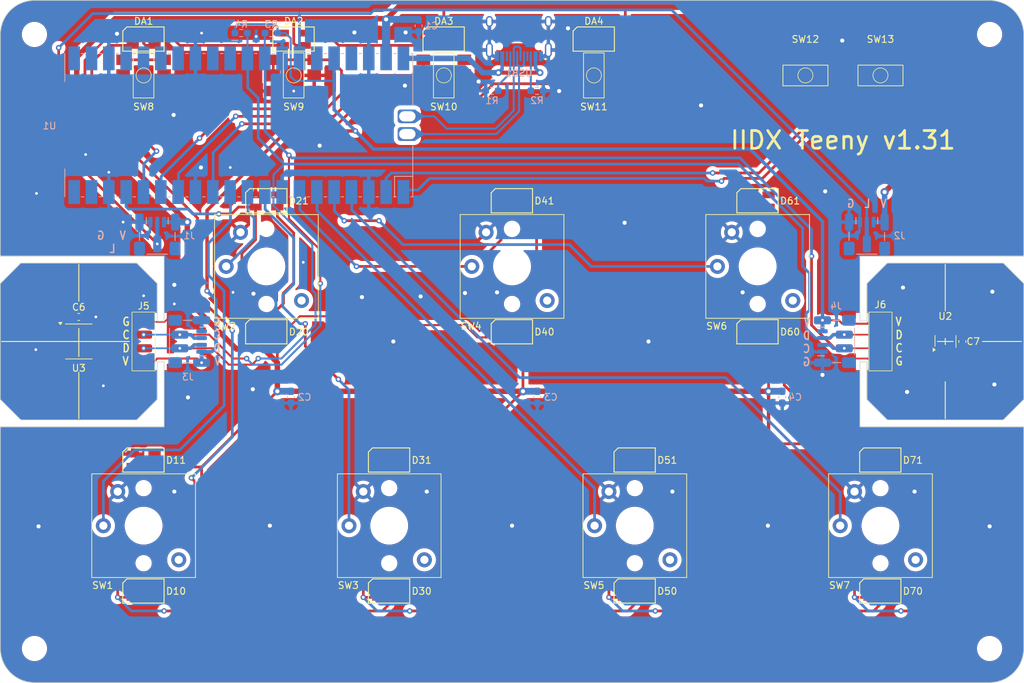
<source format=kicad_pcb>
(kicad_pcb (version 20240108) (generator "pcbnew") (generator_version "8.0")
  (title_block (title "Teeny Controller for IIDX"))
  (layers (0 "F.Cu" signal) (31 "B.Cu" signal) (34 "B.Paste" user) (35 "F.Paste" user) (36 "B.SilkS" user "B.Silkscreen") (37 "F.SilkS" user "F.Silkscreen") (38 "B.Mask" user) (39 "F.Mask" user) (44 "Edge.Cuts" user))
  (net 0 "")
  (net 1 "GND")
  (net 2 "+5V")
  (net 3 "/LED1")
  (net 4 "/LED2")
  (net 5 "/LED4")
  (net 13 "Net-(DA1-Out)")
  (net 14 "Net-(DA2-Out)")
  (net 15 "Net-(DA3-Out)")
  (net 17 "Net-(USB1-CC1)")
  (net 18 "Net-(USB1-CC2)")
  (net 19 "Net-(U1-GPIO8)")
  (net 20 "Net-(U1-GPIO7)")
  (net 21 "Net-(U1-GPIO6)")
  (net 22 "Net-(U1-GPIO5)")
  (net 23 "Net-(U1-GPIO4)")
  (net 24 "Net-(U1-GPIO3)")
  (net 25 "/SDA")
  (net 26 "/SCL")
  (net 27 "/TT_LED")
  (net 28 "/LED3")
  (net 29 "/LED6")
  (net 30 "/LED5")
  (net 31 "Net-(U1-GPIO2)")
  (net 32 "Net-(U1-GPIO12)")
  (net 33 "Net-(U1-GPIO11)")
  (net 34 "Net-(U1-GPIO10)")
  (net 35 "Net-(U1-GPIO9)")
  (net 36 "Net-(U1-GPIO1)")
  (net 37 "/LED7")
  (net 38 "Net-(U1-GPIO0)")
  (net 46 "/LED8")
  (net 47 "Net-(U1-VBUS)")
  (net 49 "Net-(U1-USB2)")
  (net 50 "Net-(U1-USB1)")
  (net 57 "+3.3V")
  (footprint "iidx_teeny:WS2812B-2835" (layer "F.Cu") (at 191.32 156 180)
    (property "Reference" "D70")
    (property "Value" "WS2812B_Unified" (hide yes))
  )
  (footprint "iidx_teeny:P2.0_4P_Solder" (layer "F.Cu") (at 191.32 119.4 -90)
    (property "Reference" "J6")
    (property "Value" "Spin")
  )
  (footprint "iidx_teeny:WS2812B-2835" (layer "F.Cu") (at 191.32 136.8 180)
    (property "Reference" "D71")
    (property "Value" "WS2812B_Unified" (hide yes))
  )
  (footprint "iidx_teeny:WS2812B-2835" (layer "F.Cu") (at 155.32 136.8 180)
    (property "Reference" "D51")
    (property "Value" "WS2812B_Unified" (hide yes))
  )
  (footprint "iidx_teeny:WS2812B-2835" (layer "F.Cu") (at 101.32 118 180)
    (property "Reference" "D20")
    (property "Value" "WS2812B_Unified" (hide yes))
  )
  (footprint "iidx_teeny:SW_Kailh_Choc_V1V2_1.00u_LED" (layer "F.Cu") (at 155.32 146.4 90)
    (property "Reference" "SW5")
    (property "Value" "SWITCH_SPST" (hide yes))
  )
  (footprint "iidx_teeny:WS2812B-2835" (layer "F.Cu") (at 83.32 156 180)
    (property "Reference" "D10")
    (property "Value" "WS2812B_Unified" (hide yes))
  )
  (footprint "iidx_teeny:MountingHole_3.2mm_M3" (layer "F.Cu") (at 67.32 74.4)
    (property "Reference" "SCR1" (hide yes))
    (property "Value" "ScrewHole" (hide yes))
  )
  (footprint "iidx_teeny:WS2812B-2835" (layer "F.Cu") (at 101.32 98.8 180)
    (property "Reference" "D21")
    (property "Value" "WS2812B_Unified" (hide yes))
  )
  (footprint "iidx_teeny:EVQP1K05M" (layer "F.Cu") (at 127.32 80.4)
    (property "Reference" "SW10")
    (property "Value" "SWITCH_SPST" (hide yes))
  )
  (footprint "iidx_teeny:SW_Kailh_Choc_V1V2_1.00u_LED" (layer "F.Cu") (at 101.32 108.4 90)
    (property "Reference" "SW2")
    (property "Value" "SWITCH_SPST" (hide yes))
  )
  (footprint "Capacitor_SMD:C_0603_1608Metric_Pad1.08x0.95mm_HandSolder" (layer "F.Cu") (at 73.82 115.8)
    (property "Reference" "C6")
    (property "Value" "1uF")
  )
  (footprint "iidx_teeny:WS2812B-2835" (layer "F.Cu") (at 119.32 136.8 180)
    (property "Reference" "D31")
    (property "Value" "WS2812B_Unified" (hide yes))
  )
  (footprint "iidx_teeny:WS2812B-2835" (layer "F.Cu") (at 83.32 136.8 180)
    (property "Reference" "D11")
    (property "Value" "WS2812B_Unified" (hide yes))
  )
  (footprint "iidx_teeny:SW_Kailh_Choc_V1V2_1.00u_LED" (layer "F.Cu") (at 119.32 146.4 90)
    (property "Reference" "SW3")
    (property "Value" "SWITCH_SPST" (hide yes))
  )
  (footprint "iidx_teeny:WS2812B-2835" (layer "F.Cu") (at 173.32 118 180)
    (property "Reference" "D60")
    (property "Value" "WS2812B_Unified" (hide yes))
  )
  (footprint "iidx_teeny:EVQP1K05M" (layer "F.Cu") (at 105.32 80.4)
    (property "Reference" "SW9")
    (property "Value" "SWITCH_SPST" (hide yes))
  )
  (footprint "iidx_teeny:EVQP1K05M" (layer "F.Cu") (at 83.32 80.4)
    (property "Reference" "SW8")
    (property "Value" "SWITCH_SPST" (hide yes))
  )
  (footprint "iidx_teeny:EVQP1K05M" (layer "F.Cu") (at 191.32 80.4 90)
    (property "Reference" "SW13")
    (property "Value" "SWITCH_SPST" (hide yes))
  )
  (footprint "iidx_teeny:MountingHole_3.2mm_M3" (layer "F.Cu") (at 207.32 74.4)
    (property "Reference" "SCR2" (hide yes))
    (property "Value" "ScrewHole" (hide yes))
  )
  (footprint "iidx_teeny:WS2812B-2835" (layer "F.Cu") (at 155.32 156 180)
    (property "Reference" "D50")
    (property "Value" "WS2812B_Unified" (hide yes))
  )
  (footprint "Package_SO:SOIC-8_3.9x4.9mm_P1.27mm" (layer "F.Cu") (at 73.82 119.4)
    (property "Reference" "U3")
    (property "Value" "AS5600")
  )
  (footprint "iidx_teeny:EVQP1K05M" (layer "F.Cu") (at 180.32 80.4 90)
    (property "Reference" "SW12")
    (property "Value" "SWITCH_SPST" (hide yes))
  )
  (footprint "iidx_teeny:WS2812B-2835" (layer "F.Cu") (at 127.32 75.1 180)
    (property "Reference" "DA3")
    (property "Value" "WS2812B_Unified" (hide yes))
  )
  (footprint "iidx_teeny:WS2812B-2835" (layer "F.Cu") (at 137.32 98.8 180)
    (property "Reference" "D41")
    (property "Value" "WS2812B_Unified" (hide yes))
  )
  (footprint "iidx_teeny:WS2812B-2835" (layer "F.Cu") (at 149.32 75.1 180)
    (property "Reference" "DA4")
    (property "Value" "WS2812B_Unified" (hide yes))
  )
  (footprint "Capacitor_SMD:C_0603_1608Metric_Pad1.08x0.95mm_HandSolder" (layer "F.Cu") (at 203.32 119.4 -90)
    (property "Reference" "C7")
    (property "Value" "1uF")
  )
  (footprint "iidx_teeny:WS2812B-2835" (layer "F.Cu") (at 105.32 75.1 180)
    (property "Reference" "DA2")
    (property "Value" "WS2812B_Unified" (hide yes))
  )
  (footprint "iidx_teeny:P2.0_4P_Solder" (layer "F.Cu") (at 83.32 119.4 90)
    (property "Reference" "J5")
    (property "Value" "Spin")
  )
  (footprint "iidx_teeny:WS2812B-2835" (layer "F.Cu") (at 83.32 75.1 180)
    (property "Reference" "DA1")
    (property "Value" "WS2812B_Unified" (hide yes))
  )
  (footprint "iidx_teeny:WS2812B-2835" (layer "F.Cu") (at 173.32 98.8 180)
    (property "Reference" "D61")
    (property "Value" "WS2812B_Unified" (hide yes))
  )
  (footprint "iidx_teeny:SW_Kailh_Choc_V1V2_1.00u_LED" (layer "F.Cu") (at 173.32 108.4 90)
    (property "Reference" "SW6")
    (property "Value" "SWITCH_SPST" (hide yes))
  )
  (footprint "iidx_teeny:EVQP1K05M" (layer "F.Cu") (at 149.32 80.4)
    (property "Reference" "SW11")
    (property "Value" "SWITCH_SPST" (hide yes))
  )
  (footprint "iidx_teeny:WS2812B-2835" (layer "F.Cu") (at 137.32 118 180)
    (property "Reference" "D40")
    (property "Value" "WS2812B_Unified" (hide yes))
  )
  (footprint "iidx_teeny:SW_Kailh_Choc_V1V2_1.00u_LED" (layer "F.Cu") (at 191.32 146.4 90)
    (property "Reference" "SW7")
    (property "Value" "SWITCH_SPST" (hide yes))
  )
  (footprint "iidx_teeny:SW_Kailh_Choc_V1V2_1.00u_LED" (layer "F.Cu") (at 137.32 108.4 90)
    (property "Reference" "SW4")
    (property "Value" "SWITCH_SPST" (hide yes))
  )
  (footprint "iidx_teeny:MountingHole_3.2mm_M3" (layer "F.Cu") (at 207.32 164.4)
    (property "Reference" "SCR4" (hide yes))
    (property "Value" "ScrewHole" (hide yes))
  )
  (footprint "iidx_teeny:MountingHole_3.2mm_M3" (layer "F.Cu") (at 67.32 164.4)
    (property "Reference" "SCR3" (hide yes))
    (property "Value" "ScrewHole" (hide yes))
  )
  (footprint "iidx_teeny:WS2812B-2835" (layer "F.Cu") (at 119.32 156 180)
    (property "Reference" "D30")
    (property "Value" "WS2812B_Unified" (hide yes))
  )
  (footprint "iidx_teeny:SW_Kailh_Choc_V1V2_1.00u_LED" (layer "F.Cu") (at 83.32 146.4 90)
    (property "Reference" "SW1")
    (property "Value" "SWITCH_SPST" (hide yes))
  )
  (footprint "Package_TO_SOT_SMD:TSOT-23-6_HandSoldering" (layer "F.Cu") (at 200.82 119.4 90)
    (property "Reference" "U2")
    (property "Value" "TMAG5273")
  )
  (footprint "Type-C:HRO-TYPE-C-31-M-12-Assembly" (layer "B.Cu") (at 138.32 69.9)
    (property "Reference" "USB1")
    (property "Value" "U262-161N-4BVC11" (hide yes))
  )
  (footprint "Capacitor_SMD:C_0603_1608Metric_Pad1.08x0.95mm_HandSolder" (layer "B.Cu") (at 141.02 127.5625 -90)
    (property "Reference" "C3")
    (property "Value" "1uF")
  )
  (footprint "iidx_teeny:SH1.0_4P_Solder_Combo" (layer "B.Cu") (at 184.82 119.4 -90)
    (property "Reference" "J4")
    (property "Value" "Spin")
  )
  (footprint "Resistor_SMD:R_0603_1608Metric_Pad0.98x0.95mm_HandSolder" (layer "B.Cu") (at 97.62 74.2)
    (property "Reference" "R4")
    (property "Value" "5K1")
  )
  (footprint "Capacitor_SMD:C_0603_1608Metric_Pad1.08x0.95mm_HandSolder" (layer "B.Cu") (at 104.92 127.5625 -90)
    (property "Reference" "C2")
    (property "Value" "1uF")
  )
  (footprint "Resistor_SMD:R_0603_1608Metric_Pad0.98x0.95mm_HandSolder" (layer "B.Cu") (at 134.37 82.65 180)
    (property "Reference" "R1")
    (property "Value" "5K1")
  )
  (footprint "iidx_teeny:RPi_Pico_SMD_Pins_No_SWD_No_Text" (layer "B.Cu") (at 97.27 87.7 90)
    (property "Reference" "U1")
    (property "Value" "PiPico_No_SWD" (hide yes))
  )
  (footprint "Capacitor_SMD:C_0603_1608Metric_Pad1.08x0.95mm_HandSolder" (layer "B.Cu") (at 176.92 127.5625 -90)
    (property "Reference" "C4")
    (property "Value" "1uF")
  )
  (footprint "Resistor_SMD:R_0603_1608Metric_Pad0.98x0.95mm_HandSolder" (layer "B.Cu") (at 140.9825 82.65)
    (property "Reference" "R2")
    (property "Value" "5K1")
  )
  (footprint "iidx_teeny:SH1.0_3P_Solder_Combo" (layer "B.Cu") (at 189.32 103.9 180)
    (property "Reference" "J2")
    (property "Value" "RGB")
  )
  (footprint "Resistor_SMD:R_0603_1608Metric_Pad0.98x0.95mm_HandSolder" (layer "B.Cu") (at 102.03 74.2 180)
    (property "Reference" "R3")
    (property "Value" "5K1")
  )
  (footprint "iidx_teeny:SH1.0_3P_Solder_Combo" (layer "B.Cu") (at 85.32 103.9 180)
    (property "Reference" "J1")
    (property "Value" "RGB")
  )
  (footprint "iidx_teeny:SH1.0_4P_Solder_Combo" (layer "B.Cu") (at 89.82 119.4 90)
    (property "Reference" "J3")
    (property "Value" "Spin")
  )
  (footprint "Capacitor_SMD:C_0603_1608Metric_Pad1.08x0.95mm_HandSolder" (layer "B.Cu") (at 123.62 73.14 -90)
    (property "Reference" "C1")
    (property "Value" "1uF")
  )
  (gr_line (start 200.82 114.9) (end 200.82 108.1) (stroke (width 0.15)) (layer "F.SilkS"))
  (gr_line (start 199.67 119.4) (end 201.97 119.4) (stroke (width 0.15)) (layer "F.SilkS"))
  (gr_line (start 200.82 130.7) (end 200.82 125.3) (stroke (width 0.15)) (layer "F.SilkS"))
  (gr_line (start 73.82 123.9) (end 73.82 130.7) (stroke (width 0.15)) (layer "F.SilkS"))
  (gr_line (start 73.82 117.5) (end 73.82 121.6) (stroke (width 0.15)) (layer "F.SilkS"))
  (gr_line (start 73.82 108.1) (end 73.82 113.5) (stroke (width 0.15)) (layer "F.SilkS"))
  (gr_line (start 62.52 119.4) (end 81.22 119.4) (stroke (width 0.15)) (layer "F.SilkS"))
  (gr_line (start 206.27 119.4) (end 211.97 119.4) (stroke (width 0.15)) (layer "F.SilkS"))
  (gr_line (start 200.82 119.85) (end 200.82 118.95) (stroke (width 0.15)) (layer "F.SilkS"))
  (gr_line (start 86.32 122.4) (end 86.32 131.9) (stroke (width 0.1)) (layer "Edge.Cuts"))
  (gr_line (start 188.32 116.4) (end 188.32 106.9) (stroke (width 0.1)) (layer "Edge.Cuts"))
  (gr_line (start 189.32 116.4) (end 188.32 116.4) (stroke (width 0.1)) (layer "Edge.Cuts"))
  (gr_line (start 212.32 110.9) (end 212.32 127.9) (stroke (width 0.1)) (layer "Edge.Cuts"))
  (gr_line (start 62.32 106.9) (end 86.32 106.9) (stroke (width 0.1)) (layer "Edge.Cuts"))
  (gr_arc (start 62.32 74.4) (mid 63.784466 70.864466) (end 67.32 69.4) (stroke (width 0.1)) (layer "Edge.Cuts"))
  (gr_line (start 86.32 106.9) (end 86.32 116.4) (stroke (width 0.1)) (layer "Edge.Cuts"))
  (gr_line (start 85.32 127.9) (end 85.32 122.4) (stroke (width 0.1)) (layer "Edge.Cuts"))
  (gr_line (start 65.32 130.9) (end 82.32 130.9) (stroke (width 0.1)) (layer "Edge.Cuts"))
  (gr_line (start 188.32 106.9) (end 212.32 106.9) (stroke (width 0.1)) (layer "Edge.Cuts"))
  (gr_line (start 82.32 107.9) (end 85.32 110.9) (stroke (width 0.1)) (layer "Edge.Cuts"))
  (gr_line (start 62.32 110.9) (end 65.32 107.9) (stroke (width 0.1)) (layer "Edge.Cuts"))
  (gr_line (start 212.32 106.9) (end 212.32 74.4) (stroke (width 0.1)) (layer "Edge.Cuts"))
  (gr_line (start 62.32 127.9) (end 65.32 130.9) (stroke (width 0.1)) (layer "Edge.Cuts"))
  (gr_line (start 188.32 131.9) (end 188.32 122.4) (stroke (width 0.1)) (layer "Edge.Cuts"))
  (gr_line (start 67.32 69.4) (end 207.32 69.4) (stroke (width 0.1)) (layer "Edge.Cuts"))
  (gr_line (start 67.32 169.4) (end 207.32 169.4) (stroke (width 0.1)) (layer "Edge.Cuts"))
  (gr_line (start 209.32 130.9) (end 192.32 130.9) (stroke (width 0.1)) (layer "Edge.Cuts"))
  (gr_line (start 62.32 164.4) (end 62.32 131.9) (stroke (width 0.1)) (layer "Edge.Cuts"))
  (gr_line (start 209.32 107.9) (end 192.32 107.9) (stroke (width 0.1)) (layer "Edge.Cuts"))
  (gr_arc (start 212.32 164.4) (mid 210.855534 167.935534) (end 207.32 169.4) (stroke (width 0.1)) (layer "Edge.Cuts"))
  (gr_line (start 192.32 130.9) (end 189.32 127.9) (stroke (width 0.1)) (layer "Edge.Cuts"))
  (gr_arc (start 207.32 69.4) (mid 210.855534 70.864466) (end 212.32 74.4) (stroke (width 0.1)) (layer "Edge.Cuts"))
  (gr_line (start 62.32 127.9) (end 62.32 110.9) (stroke (width 0.1)) (layer "Edge.Cuts"))
  (gr_line (start 212.32 164.4) (end 212.32 131.9) (stroke (width 0.1)) (layer "Edge.Cuts"))
  (gr_line (start 85.32 122.4) (end 86.32 122.4) (stroke (width 0.1)) (layer "Edge.Cuts"))
  (gr_line (start 85.32 110.9) (end 85.32 116.4) (stroke (width 0.1)) (layer "Edge.Cuts"))
  (gr_line (start 212.32 127.9) (end 209.32 130.9) (stroke (width 0.1)) (layer "Edge.Cuts"))
  (gr_arc (start 67.32 169.4) (mid 63.784466 167.935534) (end 62.32 164.4) (stroke (width 0.1)) (layer "Edge.Cuts"))
  (gr_line (start 65.32 107.9) (end 82.32 107.9) (stroke (width 0.1)) (layer "Edge.Cuts"))
  (gr_line (start 192.32 107.9) (end 189.32 110.9) (stroke (width 0.1)) (layer "Edge.Cuts"))
  (gr_line (start 189.32 127.9) (end 189.32 122.4) (stroke (width 0.1)) (layer "Edge.Cuts"))
  (gr_line (start 62.32 106.9) (end 62.32 74.4) (stroke (width 0.1)) (layer "Edge.Cuts"))
  (gr_line (start 86.32 116.4) (end 85.32 116.4) (stroke (width 0.1)) (layer "Edge.Cuts"))
  (gr_line (start 212.32 110.9) (end 209.32 107.9) (stroke (width 0.1)) (layer "Edge.Cuts"))
  (gr_line (start 188.32 122.4) (end 189.32 122.4) (stroke (width 0.1)) (layer "Edge.Cuts"))
  (gr_line (start 212.32 131.9) (end 188.32 131.9) (stroke (width 0.1)) (layer "Edge.Cuts"))
  (gr_line (start 82.32 130.9) (end 85.32 127.9) (stroke (width 0.1)) (layer "Edge.Cuts"))
  (gr_line (start 189.32 110.9) (end 189.32 116.4) (stroke (width 0.1)) (layer "Edge.Cuts"))
  (gr_line (start 86.32 131.9) (end 62.32 131.9) (stroke (width 0.1)) (layer "Edge.Cuts"))
  (gr_text "V  L  G" (at 192.32 99.9 0) (layer "B.SilkS") (effects (font (size 1.2 1) (thickness 0.2) (bold yes)) (justify left bottom mirror)))
  (gr_text "V   G\n  L" (at 80.82 106.5 0) (layer "B.SilkS") (effects (font (size 1.2 1) (thickness 0.2) (bold yes)) (justify left bottom mirror)))
  (gr_text "V\nD\nC\nG" (at 181.12 123.1 -0) (layer "B.SilkS") (effects (font (size 1.2 1) (thickness 0.2) (bold yes)) (justify left bottom mirror)))
  (gr_text "G\nC\nD\nV" (at 94.72 123 -0) (layer "B.SilkS") (effects (font (size 1.2 1) (thickness 0.2) (bold yes)) (justify left bottom mirror)))
  (gr_text "G\nC\nD\nV" (at 80.12 123 0) (layer "F.SilkS") (effects (font (size 1.2 1) (thickness 0.2) (bold yes)) (justify left bottom)))
  (gr_text "IIDX Teeny v1.31" (at 185.82 89.9 0) (layer "F.SilkS") (effects (font (size 2.6 2.6) (thickness 0.4))))
  (gr_text "V\nD\nC\nG" (at 193.42 123 0) (layer "F.SilkS") (effects (font (size 1.2 1) (thickness 0.2) (bold yes)) (justify left bottom)))
  (segment (start 201.77 122.55) (end 201.77 121.11) (width 0.4) (layer "F.Cu") (net 1))
  (segment (start 196.92 122.4) (end 197.82 123.3) (width 0.4) (layer "F.Cu") (net 1))
  (segment (start 74.6825 115.8) (end 74.6825 116.8625) (width 0.6) (layer "F.Cu") (net 1))
  (segment (start 73.015 121.305) (end 73.82 120.5) (width 0.6) (layer "F.Cu") (net 1))
  (segment (start 87.82 113.9) (end 87.82 115.1) (width 0.25) (layer "F.Cu") (net 1))
  (segment (start 197.82 123.3) (end 201.02 123.3) (width 0.4) (layer "F.Cu") (net 1))
  (segment (start 189.955025 122.4) (end 191.32 122.4) (width 0.25) (layer "F.Cu") (net 1))
  (segment (start 76.295 117.495) (end 78.325 117.495) (width 0.4) (layer "F.Cu") (net 1))
  (segment (start 73.82 120.5) (end 73.82 117.9) (width 0.6) (layer "F.Cu") (net 1))
  (segment (start 73.82 117.725) (end 74.6825 116.8625) (width 0.6) (layer "F.Cu") (net 1))
  (segment (start 75.315 117.495) (end 76.295 117.495) (width 0.6) (layer "F.Cu") (net 1))
  (segment (start 74.6825 116.8625) (end 75.315 117.495) (width 0.6) (layer "F.Cu") (net 1))
  (segment (start 78.325 117.495) (end 79.42 116.4) (width 0.4) (layer "F.Cu") (net 1))
  (segment (start 202.4725 121.11) (end 203.32 120.2625) (width 0.6) (layer "F.Cu") (net 1))
  (segment (start 201.02 123.3) (end 201.77 122.55) (width 0.4) (layer "F.Cu") (net 1))
  (segment (start 86.395 116.525) (end 83.445 116.525) (width 0.25) (layer "F.Cu") (net 1))
  (segment (start 73.82 117.9) (end 73.82 117.725) (width 0.6) (layer "F.Cu") (net 1))
  (segment (start 189.455025 121.9) (end 189.955025 122.4) (width 0.25) (layer "F.Cu") (net 1))
  (segment (start 79.42 116.4) (end 83.32 116.4) (width 0.4) (layer "F.Cu") (net 1))
  (segment (start 71.345 121.305) (end 73.015 121.305) (width 0.6) (layer "F.Cu") (net 1))
  (segment (start 185.22 121.9) (end 189.455025 121.9) (width 0.25) (layer "F.Cu") (net 1))
  (segment (start 182.82 124.3) (end 185.22 121.9) (width 0.25) (layer "F.Cu") (net 1))
  (segment (start 83.445 116.525) (end 83.32 116.4) (width 0.25) (layer "F.Cu") (net 1))
  (segment (start 200.82 121.11) (end 201.77 121.11) (width 0.3) (layer "F.Cu") (net 1))
  (segment (start 87.82 115.1) (end 86.395 116.525) (width 0.25) (layer "F.Cu") (net 1))
  (segment (start 201.77 121.11) (end 202.4725 121.11) (width 0.6) (layer "F.Cu") (net 1))
  (segment (start 191.32 122.4) (end 196.92 122.4) (width 0.4) (layer "F.Cu") (net 1))
  (via (at 171.12 112.2) (size 1) (drill 0.6) (layers "F.Cu" "B.Cu") (net 1))
  (via (at 105.32 82.7) (size 0.8) (drill 0.4) (layers "F.Cu" "B.Cu") (net 1))
  (via (at 121.62 81.9) (size 1) (drill 0.6) (layers "F.Cu" "B.Cu") (net 1))
  (via (at 144.22 82.7) (size 1) (drill 0.6) (layers "F.Cu" "B.Cu") (net 1))
  (via (at 96.02 93.9) (size 0.8) (drill 0.4) (layers "F.Cu" "B.Cu") (net 1))
  (via (at 67.92 146.5) (size 1) (drill 0.6) (layers "F.Cu" "B.Cu") (net 1))
  (via (at 91.72 93.9) (size 1) (drill 0.6) (layers "F.Cu" "B.Cu") (net 1))
  (via (at 195.22 126.8) (size 1) (drill 0.6) (layers "F.Cu" "B.Cu") (net 1))
  (via (at 99.32 126.4) (size 1) (drill 0.6) (layers "F.Cu" "B.Cu") (net 1))
  (via (at 182.82 124.3) (size 1) (drill 0.6) (layers "F.Cu" "B.Cu") (net 1))
  (via (at 124.82 141.4) (size 1) (drill 0.6) (layers "F.Cu" "B.Cu") (net 1))
  (via (at 78.22 94.6) (size 0.8) (drill 0.4) (layers "F.Cu" "B.Cu") (net 1))
  (via (at 174.82 146.4) (size 1) (drill 0.6) (layers "F.Cu" "B.Cu") (net 1))
  (via (at 115.32 112.9) (size 1) (drill 0.6) (layers "F.Cu" "B.Cu") (net 1))
  (via (at 87.82 113.9) (size 0.8) (drill 0.4) (layers "F.Cu" "B.Cu") (net 1))
  (via (at 135.12 112.2) (size 1) (drill 0.6) (layers "F.Cu" "B.Cu") (net 1))
  (via (at 196.32 141.4) (size 1) (drill 0.6) (layers "F.Cu" "B.Cu") (net 1))
  (via (at 183.22 97.4) (size 1) (drill 0.6) (layers "F.Cu" "B.Cu") (net 1))
  (via (at 119.92 119.4) (size 1) (drill 0.6) (layers "F.Cu" "B.Cu") (net 1))
  (via (at 208.02 125.7) (size 1) (drill 0.6) (layers "F.Cu" "B.Cu") (net 1))
  (via (at 79.42 74.3) (size 1) (drill 0.6) (layers "F.Cu" "B.Cu") (net 1))
  (via (at 67.62 97.7) (size 0.8) (drill 0.4) (layers "F.Cu" "B.Cu") (net 1))
  (via (at 153.82 102) (size 1) (drill 0.6) (layers "F.Cu" "B.Cu") (net 1))
  (via (at 137.32 146.4) (size 1) (drill 0.6) (layers "F.Cu" "B.Cu") (net 1))
  (via (at 157.32 119.4) (size 1) (drill 0.6) (layers "F.Cu" "B.Cu") (net 1))
  (via (at 77.42 125.9) (size 0.8) (drill 0.4) (layers "F.Cu" "B.Cu") (net 1))
  (via (at 109.12 90.7) (size 1) (drill 0.6) (layers "F.Cu" "B.Cu") (net 1))
  (via (at 207.32 146.5) (size 1) (drill 0.6) (layers "F.Cu" "B.Cu") (net 1))
  (via (at 99.42 112.4) (size 1) (drill 0.6) (layers "F.Cu" "B.Cu") (net 1))
  (via (at 83.32 112.7) (size 0.8) (drill 0.4) (layers "F.Cu" "B.Cu") (net 1))
  (via (at 76.32 115.8) (size 0.8) (drill 0.4) (layers "F.Cu" "B.Cu") (net 1))
  (via (at 121.72 74.1) (size 1) (drill 0.6) (layers "F.Cu" "B.Cu") (net 1))
  (via (at 106.72 107.8) (size 0.8) (drill 0.4) (layers "F.Cu" "B.Cu") (net 1))
  (via (at 101.82 146.4) (size 1) (drill 0.6) (layers "F.Cu" "B.Cu") (net 1))
  (via (at 74.82 92) (size 0.8) (drill 0.4) (layers "F.Cu" "B.Cu") (net 1))
  (via (at 99.82 74.7) (size 0.8) (drill 0.4) (layers "F.Cu" "B.Cu") (net 1))
  (via (at 194.62 111.5) (size 1) (drill 0.6) (layers "F.Cu" "B.Cu") (net 1))
  (via (at 165.02 84.8) (size 1) (drill 0.6) (layers "F.Cu" "B.Cu") (net 1))
  (via (at 123.92 112.8) (size 1) (drill 0.6) (layers "F.Cu" "B.Cu") (net 1))
  (via (at 87.72 86.2) (size 1) (drill 0.6) (layers "F.Cu" "B.Cu") (net 1))
  (via (at 89.82 127.6) (size 1) (drill 0.6) (layers "F.Cu" "B.Cu") (net 1))
  (via (at 91.82 74.2) (size 0.8) (drill 0.4) (layers "F.Cu" "B.Cu") (net 1))
  (via (at 207.72 112.1) (size 1) (drill 0.6) (layers "F.Cu" "B.Cu") (net 1))
  (via (at 87.82 111.1) (size 1) (drill 0.6) (layers "F.Cu" "B.Cu") (net 1))
  (via (at 87.82 141.4) (size 1) (drill 0.6) (layers "F.Cu" "B.Cu") (net 1))
  (via (at 96.42 112.2) (size 0.8) (drill 0.4) (layers "F.Cu" "B.Cu") (net 1))
  (via (at 160.82 141.4) (size 1) (drill 0.6) (layers "F.Cu" "B.Cu") (net 1))
  (via (at 67.52 120.6) (size 0.8) (drill 0.4) (layers "F.Cu" "B.Cu") (net 1))
  (via (at 80.32 101.9) (size 0.8) (drill 0.4) (layers "F.Cu" "B.Cu") (net 1))
  (via (at 145.52 73.5) (size 1) (drill 0.6) (layers "F.Cu" "B.Cu") (net 1))
  (via (at 185.72 75.3) (size 1) (drill 0.6) (layers "F.Cu" "B.Cu") (net 1))
  (via (at 130.42 112.3) (size 1) (drill 0.6) (layers "F.Cu" "B.Cu") (net 1))
  (via (at 132.42 81.3) (size 1) (drill 0.6) (layers "F.Cu" "B.Cu") (net 1))
  (via (at 114.22 74.1) (size 1) (drill 0.6) (layers "F.Cu" "B.Cu") (net 1))
  (segment (start 188.32 101.9) (end 186.71 101.9) (width 0.6) (layer "B.Cu") (net 1))
  (segment (start 84.32 101.9) (end 82.71 101.9) (width 0.6) (layer "B.Cu") (net 1))
  (segment (start 134.5775 77.595) (end 134 77.0175) (width 0.5) (layer "B.Cu") (net 1))
  (segment (start 87.82 113.9) (end 87.821488 113.9) (width 0.6) (layer "B.Cu") (net 1))
  (segment (start 103.62 81) (end 105.32 82.7) (width 0.4) (layer "B.Cu") (net 1))
  (segment (start 103.62 77.9) (end 103.62 81) (width 0.4) (layer "B.Cu") (net 1))
  (segment (start 91.82 117.898512) (end 91.82 117.9) (width 0.6) (layer "B.Cu") (net 1))
  (segment (start 142.125 77.595) (end 142.64 77.08) (width 0.6) (layer "B.Cu") (net 1))
  (segment (start 182.82 122.51) (end 182.82 120.9) (width 0.6) (layer "B.Cu") (net 1))
  (segment (start 141.545 77.595) (end 142.125 77.595) (width 0.6) (layer "B.Cu") (net 1))
  (segment (start 142.64 77.08) (end 142.64 77.0175) (width 0.6) (layer "B.Cu") (net 1))
  (segment (start 135.095 77.595) (end 134.5775 77.595) (width 0.5) (layer "B.Cu") (net 1))
  (segment (start 102.92 118.9) (end 102.92 122.5) (width 0.4) (layer "F.Cu") (net 2))
  (segment (start 196.22 75.9) (end 190.72 70.4) (width 0.8) (layer "F.Cu") (net 2))
  (segment (start 161.92 154.5) (end 159.62 156.8) (width 0.4) (layer "F.Cu") (net 2))
  (segment (start 91.82 154.4) (end 89.42 156.8) (width 0.4) (layer "F.Cu") (net 2))
  (segment (start 73.52 85.7) (end 73.52 77.7) (width 0.8) (layer "F.Cu") (net 2))
  (segment (start 169.52 137.8) (end 174.92 132.4) (width 0.4) (layer "F.Cu") (net 2))
  (segment (start 174.92 132.4) (end 176.92 134.4) (width 0.4) (layer "F.Cu") (net 2))
  (segment (start 174.92 101.1) (end 174.92 99.8) (width 0.4) (layer "F.Cu") (net 2))
  (segment (start 175.82 113.8) (end 175.82 111.8) (width 0.4) (layer "F.Cu") (net 2))
  (segment (start 174.92 118.8) (end 173.82 118.8) (width 0.4) (layer "F.Cu") (net 2))
  (segment (start 192.92 137.8) (end 199.02 137.8) (width 0.4) (layer "F.Cu") (net 2))
  (segment (start 127.32 75.7) (end 127.62 76) (width 0.4) (layer "F.Cu") (net 2))
  (segment (start 153.92 74.8) (end 152.72 76) (width 0.4) (layer "F.Cu") (net 2))
  (segment (start 127.82 137.8) (end 120.92 137.8) (width 0.4) (layer "F.Cu") (net 2))
  (segment (start 96.92 120.5) (end 100.92 120.5) (width 0.8) (layer "F.Cu") (net 2))
  (segment (start 138.92 126.7) (end 127.82 137.8) (width 0.4) (layer "F.Cu") (net 2))
  (segment (start 89.42 156.8) (end 84.92 156.8) (width 0.4) (layer "F.Cu") (net 2))
  (segment (start 127.32 70.4) (end 127.32 75.7) (width 0.4) (layer "F.Cu") (net 2))
  (segment (start 173.32 116.3) (end 175.82 113.8) (width 0.4) (layer "F.Cu") (net 2))
  (segment (start 196.22 93.21) (end 196.22 75.9) (width 0.8) (layer "F.Cu") (net 2))
  (segment (start 175.82 111.8) (end 176.92 110.7) (width 0.4) (layer "F.Cu") (net 2))
  (segment (start 176.92 134.4) (end 196.42 134.4) (width 0.4) (layer "F.Cu") (net 2))
  (segment (start 173.32 118.3) (end 173.32 116.3) (width 0.4) (layer "F.Cu") (net 2))
  (segment (start 89.72 113.3) (end 96.92 120.5) (width 0.8) (layer "F.Cu") (net 2))
  (segment (start 196.42 134.4) (end 199.02 137) (width 0.4) (layer "F.Cu") (net 2))
  (segment (start 91.82 137.8) (end 84.92 137.8) (width 0.4) (layer "F.Cu") (net 2))
  (segment (start 153.92 70.4) (end 153.92 74.8) (width 0.4) (layer "F.Cu") (net 2))
  (segment (start 105.32 72.1) (end 105.32 75.7) (width 0.4) (layer "F.Cu") (net 2))
  (segment (start 199.02 137.8) (end 199.02 153.7) (width 0.4) (layer "F.Cu") (net 2))
  (segment (start 102.92 118.8) (end 101.82 118.8) (width 0.4) (layer "F.Cu") (net 2))
  (segment (start 137.82 118.8) (end 137.32 118.3) (width 0.4) (layer "F.Cu") (net 2))
  (segment (start 163.82 137.8) (end 156.92 137.8) (width 0.4) (layer "F.Cu") (net 2))
  (segment (start 105.32 110.8) (end 105.32 103.5) (width 0.4) (layer "F.Cu") (net 2))
  (segment (start 123.22 156.8) (end 120.92 156.8) (width 0.4) (layer "F.Cu") (net 2))
  (segment (start 118.77 72.1) (end 105.32 72.1) (width 0.8) (layer "F.Cu") (net 2))
  (segment (start 120.65 70.4) (end 118.86 72.19) (width 0.8) (layer "F.Cu") (net 2))
  (segment (start 127.62 76) (end 128.92 76) (width 0.4) (layer "F.Cu") (net 2))
  (segment (start 102.92 101.1) (end 102.92 99.8) (width 0.4) (layer "F.Cu") (net 2))
  (segment (start 102.92 126.7) (end 91.82 137.8) (width 0.4) (layer "F.Cu") (net 2))
  (segment (start 102.92 126.7) (end 174.92 126.7) (width 0.8) (layer "F.Cu") (net 2))
  (segment (start 89.72 101.9) (end 89.72 113.3) (width 0.8) (layer "F.Cu") (net 2))
  (segment (start 103.82 112.3) (end 105.32 110.8) (width 0.4) (layer "F.Cu") (net 2))
  (segment (start 118.86 72.19) (end 118.77 72.1) (width 0.4) (layer "F.Cu") (net 2))
  (segment (start 89.72 101.9) (end 73.52 85.7) (width 0.8) (layer "F.Cu") (net 2))
  (segment (start 174.92 126.7) (end 174.92 132.4) (width 0.5) (layer "F.Cu") (net 2))
  (segment (start 163.82 137.8) (end 169.52 137.8) (width 0.4) (layer "F.Cu") (net 2))
  (segment (start 191.93 97.5) (end 196.22 93.21) (width 0.8) (layer "F.Cu") (net 2))
  (segment (start 176.92 110.7) (end 176.92 103.1) (width 0.4) (layer "F.Cu") (net 2))
  (segment (start 199.02 137) (end 199.02 137.8) (width 0.4) (layer "F.Cu") (net 2))
  (segment (start 190.72 70.4) (end 120.65 70.4) (width 0.8) (layer "F.Cu") (net 2))
  (segment (start 103.82 113.8) (end 103.82 112.3) (width 0.4) (layer "F.Cu") (net 2))
  (segment (start 138.92 118.8) (end 138.92 126.7) (width 0.4) (layer "F.Cu") (net 2))
  (segment (start 152.72 76) (end 150.92 76) (width 0.4) (layer "F.Cu") (net 2))
  (segment (start 137.32 116.3) (end 139.82 113.8) (width 0.4) (layer "F.Cu") (net 2))
  (segment (start 105.32 75.7) (end 105.62 76) (width 0.4) (layer "F.Cu") (net 2))
  (segment (start 105.62 76) (end 106.92 76) (width 0.4) (layer "F.Cu") (net 2))
  (segment (start 138.92 118.8) (end 137.82 118.8) (width 0.4) (layer "F.Cu") (net 2))
  (segment (start 163.82 152.6) (end 161.92 154.5) (width 0.4) (layer "F.Cu") (net 2))
  (segment (start 101.32 116.3) (end 103.82 113.8) (width 0.4) (layer "F.Cu") (net 2))
  (segment (start 83.62 76) (end 84.92 76) (width 0.4) (layer "F.Cu") (net 2))
  (segment (start 138.92 101.1) (end 138.92 99.8) (width 0.4) (layer "F.Cu") (net 2))
  (segment (start 79.12 72.1) (end 105.32 72.1) (width 0.8) (layer "F.Cu") (net 2))
  (segment (start 91.82 137.8) (end 91.82 154.4) (width 0.4) (layer "F.Cu") (net 2))
  (segment (start 173.82 118.8) (end 173.32 118.3) (width 0.4) (layer "F.Cu") (net 2))
  (segment (start 100.92 120.5) (end 102.92 122.5) (width 0.8) (layer "F.Cu") (net 2))
  (segment (start 73.52 77.7) (end 79.12 72.1) (width 0.8) (layer "F.Cu") (net 2))
  (segment (start 127.82 137.8) (end 127.82 152.2) (width 0.4) (layer "F.Cu") (net 2))
  (segment (start 101.32 118.3) (end 101.32 116.3) (width 0.4) (layer "F.Cu") (net 2))
  (segment (start 139.82 111.8) (end 140.92 110.7) (width 0.4) (layer "F.Cu") (net 2))
  (segment (start 83.32 72.1) (end 83.32 75.7) (width 0.4) (layer "F.Cu") (net 2))
  (segment (start 105.32 103.5) (end 102.92 101.1) (width 0.4) (layer "F.Cu") (net 2))
  (segment (start 102.92 126.7) (end 102.92 122.5) (width 0.8) (layer "F.Cu") (net 2))
  (segment (start 199.02 153.7) (end 195.92 156.8) (width 0.4) (layer "F.Cu") (net 2))
  (segment (start 137.32 118.3) (end 137.32 116.3) (width 0.4) (layer "F.Cu") (net 2))
  (segment (start 174.92 126.7) (end 174.92 118.8) (width 0.4) (layer "F.Cu") (net 2))
  (segment (start 83.32 75.7) (end 83.62 76) (width 0.4) (layer "F.Cu") (net 2))
  (segment (start 140.92 110.7) (end 140.92 103.1) (width 0.4) (layer "F.Cu") (net 2))
  (segment (start 101.82 118.8) (end 101.32 118.3) (width 0.4) (layer "F.Cu") (net 2))
  (segment (start 140.92 103.1) (end 138.92 101.1) (width 0.4) (layer "F.Cu") (net 2))
  (segment (start 195.92 156.8) (end 192.92 156.8) (width 0.4) (layer "F.Cu") (net 2))
  (segment (start 127.82 152.2) (end 123.22 156.8) (width 0.4) (layer "F.Cu") (net 2))
  (segment (start 159.62 156.8) (end 156.92 156.8) (width 0.4) (layer "F.Cu") (net 2))
  (segment (start 176.92 103.1) (end 174.92 101.1) (width 0.4) (layer "F.Cu") (net 2))
  (segment (start 139.82 113.8) (end 139.82 111.8) (width 0.4) (layer "F.Cu") (net 2))
  (segment (start 163.82 137.8) (end 163.82 152.6) (width 0.4) (layer "F.Cu") (net 2))
  (via (at 118.86 72.19) (size 1.2) (drill 0.6) (layers "F.Cu" "B.Cu") (net 2))
  (via (at 89.72 101.9) (size 1.2) (drill 0.6) (layers "F.Cu" "B.Cu") (net 2))
  (via (at 174.92 126.7) (size 1.2) (drill 0.6) (layers "F.Cu" "B.Cu") (net 2))
  (via (at 102.92 126.7) (size 1.2) (drill 0.6) (layers "F.Cu" "B.Cu") (net 2))
  (via (at 138.92 126.7) (size 1.2) (drill 0.6) (layers "F.Cu" "B.Cu") (net 2))
  (via (at 191.93 97.5) (size 1.2) (drill 0.6) (layers "F.Cu" "B.Cu") (net 2))
  (segment (start 118.86 72.19) (end 118.86 77.9) (width 1.2) (layer "B.Cu") (net 2))
  (segment (start 86.32 101.9) (end 87.93 101.9) (width 0.6) (layer "B.Cu") (net 2))
  (segment (start 174.92 126.7) (end 176.92 126.7) (width 1) (layer "B.Cu") (net 2))
  (segment (start 138.92 126.7) (end 141.02 126.7) (width 1) (layer "B.Cu") (net 2))
  (segment (start 102.92 126.7) (end 104.92 126.7) (width 1) (layer "B.Cu") (net 2))
  (segment (start 191.93 101.9) (end 190.32 101.9) (width 0.6) (layer "B.Cu") (net 2))
  (segment (start 118.86 72.19) (end 123.62 72.19) (width 1) (layer "B.Cu") (net 2))
  (segment (start 87.93 101.9) (end 89.72 101.9) (width 1) (layer "B.Cu") (net 2))
  (segment (start 191.93 97.5) (end 191.93 101.9) (width 0.8) (layer "B.Cu") (net 2))
  (segment (start 119.32 155.4) (end 119.62 155.1) (width 0.4) (layer "F.Cu") (net 3))
  (segment (start 118.32 158.9) (end 119.32 157.9) (width 0.4) (layer "F.Cu") (net 3))
  (segment (start 81.72 142.5) (end 81.72 137.7) (width 0.4) (layer "F.Cu") (net 3))
  (segment (start 79.52 144.7) (end 81.72 142.5) (width 0.4) (layer "F.Cu") (net 3))
  (segment (start 79.52 156.9) (end 79.52 144.7) (width 0.4) (layer "F.Cu") (net 3))
  (segment (start 81.72 156.9) (end 79.52 156.9) (width 0.4) (layer "F.Cu") (net 3))
  (segment (start 119.62 155.1) (end 120.92 155.1) (width 0.4) (layer "F.Cu") (net 3))
  (segment (start 86.32 158.9) (end 118.32 158.9) (width 0.4) (layer "F.Cu") (net 3))
  (segment (start 119.32 157.9) (end 119.32 155.4) (width 0.4) (layer "F.Cu") (net 3))
  (via (at 79.52 156.9) (size 0.8) (drill 0.4) (layers "F.Cu" "B.Cu") (net 3))
  (via (at 86.32 158.9) (size 0.8) (drill 0.4) (layers "F.Cu" "B.Cu") (net 3))
  (segment (start 86.32 158.9) (end 81.52 158.9) (width 0.4) (layer "B.Cu") (net 3))
  (segment (start 81.52 158.9) (end 79.52 156.9) (width 0.4) (layer "B.Cu") (net 3))
  (segment (start 99.72 118.9) (end 98.32 118.9) (width 0.4) (layer "F.Cu") (net 4))
  (segment (start 97.22 99.7) (end 99.72 99.7) (width 0.4) (layer "F.Cu") (net 4))
  (segment (start 96.22 100.7) (end 97.22 99.7) (width 0.4) (layer "F.Cu") (net 4))
  (segment (start 97.72 118.3) (end 97.72 106.5) (width 0.4) (layer "F.Cu") (net 4))
  (segment (start 97.72 106.5) (end 99.72 104.5) (width 0.4) (layer "F.Cu") (net 4))
  (segment (start 94.3325 100.7) (end 96.22 100.7) (width 0.4) (layer "F.Cu") (net 4))
  (segment (start 98.32 118.9) (end 97.72 118.3) (width 0.4) (layer "F.Cu") (net 4))
  (segment (start 99.72 104.5) (end 99.72 99.7) (width 0.4) (layer "F.Cu") (net 4))
  (via (at 94.3325 100.7) (size 0.8) (drill 0.4) (layers "F.Cu" "B.Cu") (net 4))
  (segment (start 90.52 100.7) (end 89.82 100) (width 0.4) (layer "B.Cu") (net 4))
  (segment (start 89.82 100) (end 81.12 100) (width 0.4) (layer "B.Cu") (net 4))
  (segment (start 94.3325 100.7) (end 90.52 100.7) (width 0.4) (layer "B.Cu") (net 4))
  (segment (start 80.76 99.64) (end 80.76 97.5) (width 0.4) (layer "B.Cu") (net 4))
  (segment (start 81.12 100) (end 80.76 99.64) (width 0.4) (layer "B.Cu") (net 4))
  (segment (start 106.22 115.7) (end 110.02 115.7) (width 0.3) (layer "F.Cu") (net 5))
  (segment (start 111.32 117) (end 130.42 117) (width 0.3) (layer "F.Cu") (net 5))
  (segment (start 104.92 117) (end 106.22 115.7) (width 0.3) (layer "F.Cu") (net 5))
  (segment (start 133.52 118.8) (end 133.52 106.7) (width 0.4) (layer "F.Cu") (net 5))
  (segment (start 135.72 104.5) (end 135.72 99.7) (width 0.4) (layer "F.Cu") (net 5))
  (segment (start 133.52 106.7) (end 135.72 104.5) (width 0.4) (layer "F.Cu") (net 5))
  (segment (start 130.42 117) (end 132.22 118.8) (width 0.3) (layer "F.Cu") (net 5))
  (segment (start 102.92 117) (end 104.92 117) (width 0.3) (layer "F.Cu") (net 5))
  (segment (start 132.22 118.8) (end 135.72 118.8) (width 0.3) (layer "F.Cu") (net 5))
  (segment (start 110.02 115.7) (end 111.32 117) (width 0.3) (layer "F.Cu") (net 5))
  (segment (start 86.82 74.2) (end 88.62 76) (width 0.4) (layer "F.Cu") (net 13))
  (segment (start 84.92 74.2) (end 86.82 74.2) (width 0.4) (layer "F.Cu") (net 13))
  (segment (start 88.62 76) (end 103.72 76) (width 0.4) (layer "F.Cu") (net 13))
  (segment (start 110.12 74.2) (end 111.92 76) (width 0.4) (layer "F.Cu") (net 14))
  (segment (start 111.92 76) (end 125.72 76) (width 0.4) (layer "F.Cu") (net 14))
  (segment (start 106.92 74.2) (end 110.12 74.2) (width 0.4) (layer "F.Cu") (net 14))
  (segment (start 128.92 74.2) (end 131.62 74.2) (width 0.4) (layer "F.Cu") (net 15))
  (segment (start 144.72 74.9) (end 145.82 76) (width 0.4) (layer "F.Cu") (net 15))
  (segment (start 145.82 76) (end 147.72 76) (width 0.4) (layer "F.Cu") (net 15))
  (segment (start 132.32 74.9) (end 144.72 74.9) (width 0.4) (layer "F.Cu") (net 15))
  (segment (start 131.62 74.2) (end 132.32 74.9) (width 0.4) (layer "F.Cu") (net 15))
  (segment (start 135.2825 81.8375) (end 135.2825 82.65) (width 0.3) (layer "B.Cu") (net 17))
  (segment (start 137.07 77.595) (end 137.07 80.05) (width 0.3) (layer "B.Cu") (net 17))
  (segment (start 137.07 80.05) (end 135.2825 81.8375) (width 0.3) (layer "B.Cu") (net 17))
  (segment (start 140.07 77.595) (end 140.07 82.6125) (width 0.3) (layer "B.Cu") (net 18))
  (segment (start 96.05 101.77) (end 92.82 105) (width 0.4) (layer "B.Cu") (net 19))
  (segment (start 95.12 128.8) (end 88.62 135.3) (width 0.4) (layer "B.Cu") (net 19))
  (segment (start 95.12 112) (end 95.12 128.8) (width 0.4) (layer "B.Cu") (net 19))
  (segment (start 82.02 135.3) (end 77.42 139.9) (width 0.4) (layer "B.Cu") (net 19))
  (segment (start 88.62 135.3) (end 82.02 135.3) (width 0.4) (layer "B.Cu") (net 19))
  (segment (start 92.82 105) (end 92.82 109.7) (width 0.4) (layer "B.Cu") (net 19))
  (segment (start 92.82 109.7) (end 95.12 112) (width 0.4) (layer "B.Cu") (net 19))
  (segment (start 96.05 97.2) (end 96.05 101.77) (width 0.4) (layer "B.Cu") (net 19))
  (segment (start 77.42 139.9) (end 77.42 146.4) (width 0.4) (layer "B.Cu") (net 19))
  (segment (start 99.52 104.3) (end 95.42 108.4) (width 0.4) (layer "B.Cu") (net 20))
  (segment (start 98.62 100.4) (end 99.52 101.3) (width 0.4) (layer "B.Cu") (net 20))
  (segment (start 99.52 101.3) (end 99.52 104.3) (width 0.4) (layer "B.Cu") (net 20))
  (segment (start 98.59 97.2) (end 98.59 100.4) (width 0.3) (layer "B.Cu") (net 20))
  (segment (start 107.02 120.1) (end 111.87 124.95) (width 0.4) (layer "F.Cu") (net 21))
  (segment (start 107.02 116.8) (end 107.02 120.1) (width 0.4) (layer "F.Cu") (net 21))
  (via (at 107.02 116.8) (size 0.8) (drill 0.4) (layers "F.Cu" "B.Cu") (net 21))
  (via (at 111.87 124.95) (size 0.8) (drill 0.4) (layers "F.Cu" "B.Cu") (net 21))
  (segment (start 107.02 116.8) (end 106.22 116.8) (width 0.4) (layer "B.Cu") (net 21))
  (segment (start 111.87 124.95) (end 113.42 126.5) (width 0.4) (layer "B.Cu") (net 21))
  (segment (start 103.72 114.3) (end 103.72 112.6) (width 0.4) (layer "B.Cu") (net 21))
  (segment (start 105.32 104.2) (end 101.13 100.01) (width 0.4) (layer "B.Cu") (net 21))
  (segment (start 106.22 116.8) (end 103.72 114.3) (width 0.4) (layer "B.Cu") (net 21))
  (segment (start 105.32 111) (end 105.32 104.2) (width 0.4) (layer "B.Cu") (net 21))
  (segment (start 113.42 126.5) (end 113.42 146.4) (width 0.4) (layer "B.Cu") (net 21))
  (segment (start 101.13 100.01) (end 101.13 97.2) (width 0.4) (layer "B.Cu") (net 21))
  (segment (start 103.72 112.6) (end 105.32 111) (width 0.4) (layer "B.Cu") (net 21))
  (segment (start 114.52 108.4) (end 131.42 108.4) (width 0.4) (layer "F.Cu") (net 22))
  (via (at 114.52 108.4) (size 0.8) (drill 0.4) (layers "F.Cu" "B.Cu") (net 22))
  (segment (start 114.52 108.4) (end 106.21 100.09) (width 0.4) (layer "B.Cu") (net 22))
  (segment (start 106.21 100.09) (end 106.21 97.2) (width 0.4) (layer "B.Cu") (net 22))
  (segment (start 108.75 97.2) (end 108.75 100.23) (width 0.4) (layer "B.Cu") (net 23))
  (segment (start 149.42 140.9) (end 149.42 146.4) (width 0.4) (layer "B.Cu") (net 23))
  (segment (start 108.75 100.23) (end 149.42 140.9) (width 0.4) (layer "B.Cu") (net 23))
  (segment (start 112.72 101.7) (end 117.82 101.7) (width 0.4) (layer "F.Cu") (net 24))
  (via (at 112.72 101.7) (size 0.8) (drill 0.4) (layers "F.Cu" "B.Cu") (net 24))
  (via (at 117.82 101.7) (size 0.8) (drill 0.4) (layers "F.Cu" "B.Cu") (net 24))
  (segment (start 111.29 100.27) (end 111.29 97.2) (width 0.4) (layer "B.Cu") (net 24))
  (segment (start 145.72 105.2) (end 121.32 105.2) (width 0.4) (layer "B.Cu") (net 24))
  (segment (start 167.42 108.4) (end 148.92 108.4) (width 0.4) (layer "B.Cu") (net 24))
  (segment (start 112.72 101.7) (end 111.29 100.27) (width 0.4) (layer "B.Cu") (net 24))
  (segment (start 121.32 105.2) (end 117.82 101.7) (width 0.4) (layer "B.Cu") (net 24))
  (segment (start 148.92 108.4) (end 145.72 105.2) (width 0.4) (layer "B.Cu") (net 24))
  (segment (start 95.82 122.8) (end 93.42 120.4) (width 0.3) (layer "F.Cu") (net 25))
  (segment (start 93.42 120.4) (end 88.62 120.4) (width 0.3) (layer "F.Cu") (net 25))
  (segment (start 186.02 118.4) (end 191.32 118.4) (width 0.25) (layer "F.Cu") (net 25))
  (segment (start 197.83 117.69) (end 199.87 117.69) (width 0.4) (layer "F.Cu") (net 25))
  (segment (start 79.32 120.4) (end 78.955 120.035) (width 0.4) (layer "F.Cu") (net 25))
  (segment (start 99.22 122.8) (end 95.82 122.8) (width 0.3) (layer "F.Cu") (net 25))
  (segment (start 100.12 121.9) (end 99.22 122.8) (width 0.3) (layer "F.Cu") (net 25))
  (segment (start 197.12 118.4) (end 197.83 117.69) (width 0.4) (layer "F.Cu") (net 25))
  (segment (start 83.32 120.4) (end 79.32 120.4) (width 0.4) (layer "F.Cu") (net 25))
  (segment (start 78.955 120.035) (end 76.295 120.035) (width 0.4) (layer "F.Cu") (net 25))
  (segment (start 191.32 118.4) (end 197.12 118.4) (width 0.4) (layer "F.Cu") (net 25))
  (via (at 186.02 118.4) (size 0.8) (drill 0.4) (layers "F.Cu" "B.Cu") (net 25))
  (via (at 88.62 120.4) (size 0.8) (drill 0.4) (layers "F.Cu" "B.Cu") (net 25))
  (via (at 83.32 120.4) (size 0.8) (drill 0.4) (layers "F.Cu" "B.Cu") (net 25))
  (via (at 100.12 121.9) (size 0.8) (drill 0.4) (layers "F.Cu" "B.Cu") (net 25))
  (segment (start 108.045 105.175) (end 102.350342 99.480342) (width 0.3) (layer "B.Cu") (net 25))
  (segment (start 108.045 111.925) (end 108.045 105.175) (width 0.3) (layer "B.Cu") (net 25))
  (segment (start 100.12 121.9) (end 103.52 121.9) (width 0.3) (layer "B.Cu") (net 25))
  (segment (start 98.59 82.2) (end 98.59 77.6) (width 0.4) (layer "B.Cu") (net 25))
  (segment (start 170.52 93.4) (end 179.92 102.8) (width 0.4) (layer "B.Cu") (net 25))
  (segment (start 90.72 119.9) (end 90.22 120.4) (width 0.5) (layer "B.Cu") (net 25))
  (segment (start 180.42 115.3) (end 180.42 117.5) (width 0.4) (layer "B.Cu") (net 25))
  (segment (start 179.92 102.8) (end 179.92 108.4) (width 0.4) (layer "B.Cu") (net 25))
  (segment (start 98.54 77.9) (end 98.54 74.2075) (width 0.3) (layer "B.Cu") (net 25))
  (segment (start 103.92 93.4) (end 170.52 93.4) (width 0.4) (layer "B.Cu") (net 25))
  (segment (start 91.82 119.9) (end 90.72 119.9) (width 0.5) (layer "B.Cu") (net 25))
  (segment (start 180.92 114.8) (end 180.42 115.3) (width 0.4) (layer "B.Cu") (net 25))
  (segment (start 98.54 74.2075) (end 98.5325 74.2) (width 0.3) (layer "B.Cu") (net 25))
  (segment (start 90.22 120.4) (end 88.62 120.4) (width 0.5) (layer "B.Cu") (net 25))
  (segment (start 83.32 120.4) (end 88.62 120.4) (width 0.25) (layer "B.Cu") (net 25))
  (segment (start 181.82 118.9) (end 182.82 118.9) (width 0.4) (layer "B.Cu") (net 25))
  (segment (start 102.350342 99.480342) (end 102.350342 94.969658) (width 0.3) (layer "B.Cu") (net 25))
  (segment (start 180.92 109.4) (end 180.92 114.8) (width 0.4) (layer "B.Cu") (net 25))
  (segment (start 102.350342 94.969658) (end 103.92 93.4) (width 0.3) (layer "B.Cu") (net 25))
  (segment (start 108.52 116.9) (end 108.52 112.4) (width 0.3) (layer "B.Cu") (net 25))
  (segment (start 185.62 118.4) (end 186.02 118.4) (width 0.4) (layer "B.Cu") (net 25))
  (segment (start 98.59 82.2) (end 100.12 83.73) (width 0.4) (layer "B.Cu") (net 25))
  (segment (start 103.92 93.4) (end 100.12 89.6) (width 0.4) (layer "B.Cu") (net 25))
  (segment (start 179.92 108.4) (end 180.92 109.4) (width 0.4) (layer "B.Cu") (net 25))
  (segment (start 103.52 121.9) (end 108.52 116.9) (width 0.3) (layer "B.Cu") (net 25))
  (segment (start 184.42 118.4) (end 186.02 118.4) (width 0.5) (layer "B.Cu") (net 25))
  (segment (start 108.52 112.4) (end 108.045 111.925) (width 0.3) (layer "B.Cu") (net 25))
  (segment (start 100.12 83.73) (end 100.12 89.6) (width 0.4) (layer "B.Cu") (net 25))
  (segment (start 180.42 117.5) (end 181.82 118.9) (width 0.4) (layer "B.Cu") (net 25))
  (segment (start 182.82 118.9) (end 183.92 118.9) (width 0.5) (layer "B.Cu") (net 25))
  (segment (start 183.92 118.9) (end 184.42 118.4) (width 0.5) (layer "B.Cu") (net 25))
  (segment (start 181.22 117) (end 184.62 120.4) (width 0.4) (layer "F.Cu") (net 26))
  (segment (start 109.22 106) (end 104.62 101.4) (width 0.3) (layer "F.Cu") (net 26))
  (segment (start 109.22 110.9) (end 109.22 106) (width 0.3) (layer "F.Cu") (net 26))
  (segment (start 197.73 121.11) (end 199.87 121.11) (width 0.4) (layer "F.Cu") (net 26))
  (segment (start 79.42 118.4) (end 79.055 118.765) (width 0.4) (layer "F.Cu") (net 26))
  (segment (start 83.32 118.4) (end 79.42 118.4) (width 0.4) (layer "F.Cu") (net 26))
  (segment (start 181.22 106.9) (end 181.22 117) (width 0.4) (layer "F.Cu") (net 26))
  (segment (start 98.42 121.9) (end 96.42 121.9) (width 0.3) (layer "F.Cu") (net 26))
  (segment (start 104.62 101.4) (end 104.62 92.1) (width 0.3) (layer "F.Cu") (net 26))
  (segment (start 197.02 120.4) (end 197.73 121.11) (width 0.4) (layer "F.Cu") (net 26))
  (segment (start 186.02 120.4) (end 191.32 120.4) (width 0.25) (layer "F.Cu") (net 26))
  (segment (start 92.92 118.4) (end 88.62 118.4) (width 0.3) (layer "F.Cu") (net 26))
  (segment (start 96.42 121.9) (end 92.92 118.4) (width 0.3) (layer "F.Cu") (net 26))
  (segment (start 191.32 120.4) (end 197.02 120.4) (width 0.4) (layer "F.Cu") (net 26))
  (segment (start 184.62 120.4) (end 186.02 120.4) (width 0.4) (layer "F.Cu") (net 26))
  (segment (start 79.055 118.765) (end 76.295 118.765) (width 0.4) (layer "F.Cu") (net 26))
  (via (at 186.02 120.4) (size 0.8) (drill 0.4) (layers "F.Cu" "B.Cu") (net 26))
  (via (at 88.62 118.4) (size 0.8) (drill 0.4) (layers "F.Cu" "B.Cu") (net 26))
  (via (at 109.22 110.9) (size 0.8) (drill 0.4) (layers "F.Cu" "B.Cu") (net 26))
  (via (at 83.32 118.4) (size 0.8) (drill 0.4) (layers "F.Cu" "B.Cu") (net 26))
  (via (at 181.22 106.9) (size 0.8) (drill 0.4) (layers "F.Cu" "B.Cu") (net 26))
  (via (at 104.62 92.1) (size 0.8) (drill 0.4) (layers "F.Cu" "B.Cu") (net 26))
  (via (at 98.42 121.9) (size 0.8) (drill 0.4) (layers "F.Cu" "B.Cu") (net 26))
  (segment (start 105.02 92.5) (end 104.62 92.1) (width 0.4) (layer "B.Cu") (net 26))
  (segment (start 98.42 121.9) (end 99.32 122.8) (width 0.3) (layer "B.Cu") (net 26))
  (segment (start 101.13 88.61) (end 101.13 77.6) (width 0.4) (layer "B.Cu") (net 26))
  (segment (start 103.52 122.8) (end 109.22 117.1) (width 0.3) (layer "B.Cu") (net 26))
  (segment (start 170.72 92.5) (end 105.02 92.5) (width 0.4) (layer "B.Cu") (net 26))
  (segment (start 101.08 77.9) (end 101.08 74.2) (width 0.3) (layer "B.Cu") (net 26))
  (segment (start 184.42 120.4) (end 186.02 120.4) (width 0.5) (layer "B.Cu") (net 26))
  (segment (start 90.22 118.4) (end 88.62 118.4) (width 0.5) (layer "B.Cu") (net 26))
  (segment (start 182.82 119.9) (end 183.92 119.9) (width 0.5) (layer "B.Cu") (net 26))
  (segment (start 181.22 103) (end 170.72 92.5) (width 0.4) (layer "B.Cu") (net 26))
  (segment (start 109.22 117.1) (end 109.22 110.9) (width 0.3) (layer "B.Cu") (net 26))
  (segment (start 104.62 92.1) (end 101.13 88.61) (width 0.4) (layer "B.Cu") (net 26))
  (segment (start 181.22 106.9) (end 181.22 103) (width 0.4) (layer "B.Cu") (net 26))
  (segment (start 183.92 119.9) (end 184.42 120.4) (width 0.5) (layer "B.Cu") (net 26))
  (segment (start 99.32 122.8) (end 103.52 122.8) (width 0.3) (layer "B.Cu") (net 26))
  (segment (start 90.72 118.9) (end 90.22 118.4) (width 0.5) (layer "B.Cu") (net 26))
  (segment (start 88.62 118.4) (end 83.32 118.4) (width 0.25) (layer "B.Cu") (net 26))
  (segment (start 91.82 118.9) (end 90.72 118.9) (width 0.5) (layer "B.Cu") (net 26))
  (segment (start 70.87 76.35) (end 70.87 90.65) (width 0.4) (layer "F.Cu") (net 27))
  (segment (start 70.87 90.65) (end 85.32 105.1) (width 0.4) (layer "F.Cu") (net 27))
  (via (at 70.87 76.35) (size 0.8) (drill 0.4) (layers "F.Cu" "B.Cu") (net 27))
  (via (at 85.32 105.1) (size 0.8) (drill 0.4) (layers "F.Cu" "B.Cu") (net 27))
  (segment (start 85.32 101.9) (end 85.32 105.1) (width 0.6) (layer "B.Cu") (net 27))
  (segment (start 106.16 77.9) (end 106.16 71.34) (width 0.4) (layer "B.Cu") (net 27))
  (segment (start 189.32 99.4) (end 160.72 70.8) (width 0.4) (layer "B.Cu") (net 27))
  (segment (start 189.32 101.9) (end 189.32 99.4) (width 0.4) (layer "B.Cu") (net 27))
  (segment (start 160.72 70.8) (end 117.12 70.8) (width 0.4) (layer "B.Cu") (net 27))
  (segment (start 189.32 105.1) (end 189.32 101.9) (width 0.6) (layer "B.Cu") (net 27))
  (segment (start 75.88 71.34) (end 106.16 71.34) (width 0.4) (layer "B.Cu") (net 27))
  (segment (start 117.12 70.8) (end 116.58 71.34) (width 0.4) (layer "B.Cu") (net 27))
  (segment (start 70.87 76.35) (end 75.88 71.34) (width 0.4) (layer "B.Cu") (net 27))
  (segment (start 116.58 71.34) (end 106.16 71.34) (width 0.4) (layer "B.Cu") (net 27))
  (segment (start 122.32 158.9) (end 154.32 158.9) (width 0.4) (layer "F.Cu") (net 28))
  (segment (start 155.32 157.9) (end 155.32 155.4) (width 0.4) (layer "F.Cu") (net 28))
  (segment (start 154.32 158.9) (end 155.32 157.9) (width 0.4) (layer "F.Cu") (net 28))
  (segment (start 117.72 142.5) (end 117.72 137.7) (width 0.4) (layer "F.Cu") (net 28))
  (segment (start 155.32 155.4) (end 155.62 155.1) (width 0.4) (layer "F.Cu") (net 28))
  (segment (start 155.62 155.1) (end 156.92 155.1) (width 0.4) (layer "F.Cu") (net 28))
  (segment (start 115.52 144.7) (end 117.72 142.5) (width 0.4) (layer "F.Cu") (net 28))
  (segment (start 115.52 156.9) (end 115.52 144.7) (width 0.4) (layer "F.Cu") (net 28))
  (segment (start 117.72 156.9) (end 115.52 156.9) (width 0.4) (layer "F.Cu") (net 28))
  (via (at 115.52 156.9) (size 0.8) (drill 0.4) (layers "F.Cu" "B.Cu") (net 28))
  (via (at 122.32 158.9) (size 0.8) (drill 0.4) (layers "F.Cu" "B.Cu") (net 28))
  (segment (start 117.52 158.9) (end 115.52 156.9) (width 0.4) (layer "B.Cu") (net 28))
  (segment (start 122.32 158.9) (end 117.52 158.9) (width 0.4) (layer "B.Cu") (net 28))
  (segment (start 169.52 118.8) (end 169.52 106.7) (width 0.4) (layer "F.Cu") (net 29))
  (segment (start 168.22 118.8) (end 170.22 118.8) (width 0.4) (layer "F.Cu") (net 29))
  (segment (start 169.52 106.7) (end 171.72 104.5) (width 0.4) (layer "F.Cu") (net 29))
  (segment (start 171.72 104.5) (end 171.72 99.7) (width 0.4) (layer "F.Cu") (net 29))
  (segment (start 166.42 117) (end 168.22 118.8) (width 0.4) (layer "F.Cu") (net 29))
  (segment (start 138.92 117) (end 166.42 117) (width 0.4) (layer "F.Cu") (net 29))
  (segment (start 170.22 118.8) (end 171.72 118.8) (width 0.4) (layer "F.Cu") (net 29))
  (segment (start 151.52 144.7) (end 153.72 142.5) (width 0.4) (layer "F.Cu") (net 30))
  (segment (start 153.72 156.9) (end 151.52 156.9) (width 0.4) (layer "F.Cu") (net 30))
  (segment (start 153.72 142.5) (end 153.72 137.7) (width 0.4) (layer "F.Cu") (net 30))
  (segment (start 191.62 155.1) (end 192.92 155.1) (width 0.4) (layer "F.Cu") (net 30))
  (segment (start 191.32 157.9) (end 191.32 155.4) (width 0.4) (layer "F.Cu") (net 30))
  (segment (start 191.32 155.4) (end 191.62 155.1) (width 0.4) (layer "F.Cu") (net 30))
  (segment (start 190.32 158.9) (end 191.32 157.9) (width 0.4) (layer "F.Cu") (net 30))
  (segment (start 158.32 158.9) (end 190.32 158.9) (width 0.4) (layer "F.Cu") (net 30))
  (segment (start 151.52 156.9) (end 151.52 144.7) (width 0.4) (layer "F.Cu") (net 30))
  (via (at 158.32 158.9) (size 0.8) (drill 0.4) (layers "F.Cu" "B.Cu") (net 30))
  (via (at 151.52 156.9) (size 0.8) (drill 0.4) (layers "F.Cu" "B.Cu") (net 30))
  (segment (start 153.52 158.9) (end 151.52 156.9) (width 0.4) (layer "B.Cu") (net 30))
  (segment (start 158.32 158.9) (end 153.52 158.9) (width 0.4) (layer "B.Cu") (net 30))
  (segment (start 185.42 141.5) (end 185.42 146.4) (width 0.4) (layer "B.Cu") (net 31))
  (segment (start 168.62 124.7) (end 185.42 141.5) (width 0.4) (layer "B.Cu") (net 31))
  (segment (start 113.83 97.2) (end 113.83 100.11) (width 0.4) (layer "B.Cu") (net 31))
  (segment (start 138.42 124.7) (end 168.62 124.7) (width 0.4) (layer "B.Cu") (net 31))
  (segment (start 113.83 100.11) (end 138.42 124.7) (width 0.4) (layer "B.Cu") (net 31))
  (segment (start 77.42 81) (end 78.02 80.4) (width 0.4) (layer "F.Cu") (net 32))
  (segment (start 77.42 83.818008) (end 77.42 81) (width 0.4) (layer "F.Cu") (net 32))
  (segment (start 80.32 80.4) (end 80.32 78.114) (width 0.4) (layer "F.Cu") (net 32))
  (segment (start 85.22 91.5) (end 85.101992 91.5) (width 0.4) (layer "F.Cu") (net 32))
  (segment (start 85.101992 91.5) (end 77.42 83.818008) (width 0.4) (layer "F.Cu") (net 32))
  (segment (start 78.02 80.4) (end 80.32 80.4) (width 0.4) (layer "F.Cu") (net 32))
  (segment (start 80.32 78.114) (end 86.32 78.114) (width 0.4) (layer "F.Cu") (net 32))
  (via (at 85.22 91.5) (size 0.8) (drill 0.4) (layers "F.Cu" "B.Cu") (net 32))
  (segment (start 83.35 93.37) (end 83.35 97.2) (width 0.4) (layer "B.Cu") (net 32))
  (segment (start 85.22 91.5) (end 83.35 93.37) (width 0.4) (layer "B.Cu") (net 32))
  (segment (start 91.52 89.6) (end 95.82 85.3) (width 0.4) (layer "F.Cu") (net 33))
  (segment (start 112.32 83.1) (end 112.32 79.7) (width 0.4) (layer "F.Cu") (net 33))
  (segment (start 102.32 78.114) (end 105.52 78.114) (width 0.4) (layer "F.Cu") (net 33))
  (segment (start 95.82 85.3) (end 110.12 85.3) (width 0.4) (layer "F.Cu") (net 33))
  (segment (start 110.734 78.114) (end 108.32 78.114) (width 0.4) (layer "F.Cu") (net 33))
  (segment (start 110.12 85.3) (end 112.32 83.1) (width 0.4) (layer "F.Cu") (net 33))
  (segment (start 105.52 78.114) (end 108.32 78.114) (width 0.4) (layer "F.Cu") (net 33))
  (segment (start 112.32 79.7) (end 110.734 78.114) (width 0.4) (layer "F.Cu") (net 33))
  (segment (start 102.32 80.4) (end 102.32 78.114) (width 0.4) (layer "F.Cu") (net 33))
  (via (at 91.52 89.6) (size 0.8) (drill 0.4) (layers "F.Cu" "B.Cu") (net 33))
  (segment (start 91.52 89.6) (end 85.89 95.23) (width 0.4) (layer "B.Cu") (net 33))
  (segment (start 85.89 95.23) (end 85.89 97.2) (width 0.4) (layer "B.Cu") (net 33))
  (segment (start 117.22 80.4) (end 124.32 80.4) (width 0.4) (layer "F.Cu") (net 34))
  (segment (start 111.22 86.4) (end 117.22 80.4) (width 0.4) (layer "F.Cu") (net 34))
  (segment (start 124.32 80.4) (end 124.32 78.114) (width 0.4) (layer "F.Cu") (net 34))
  (segment (start 124.32 78.114) (end 130.32 78.114) (width 0.4) (layer "F.Cu") (net 34))
  (segment (start 96.82 86.4) (end 111.22 86.4) (width 0.4) (layer "F.Cu") (net 34))
  (via (at 96.82 86.4) (size 0.8) (drill 0.4) (layers "F.Cu" "B.Cu") (net 34))
  (segment (start 96.82 86.4) (end 88.43 94.79) (width 0.4) (layer "B.Cu") (net 34))
  (segment (start 88.43 94.79) (end 88.43 97.2) (width 0.4) (layer "B.Cu") (net 34))
  (segment (start 144.845 80.4) (end 146.32 80.4) (width 0.4) (layer "F.Cu") (net 35))
  (segment (start 131.92 84.3) (end 134.595 81.625) (width 0.4) (layer "F.Cu") (net 35))
  (segment (start 146.32 78.114) (end 152.32 78.114) (width 0.4) (layer "F.Cu") (net 35))
  (segment (start 146.32 80.4) (end 146.32 78.114) (width 0.4) (layer "F.Cu") (net 35))
  (segment (start 134.595 81.625) (end 143.62 81.625) (width 0.4) (layer "F.Cu") (net 35))
  (segment (start 115.02 84.3) (end 131.92 84.3) (width 0.4) (layer "F.Cu") (net 35))
  (segment (start 111.82 87.5) (end 115.02 84.3) (width 0.4) (layer "F.Cu") (net 35))
  (segment (start 97.72 87.5) (end 111.82 87.5) (width 0.4) (layer "F.Cu") (net 35))
  (segment (start 143.62 81.625) (end 144.845 80.4) (width 0.4) (layer "F.Cu") (net 35))
  (via (at 97.72 87.5) (size 0.8) (drill 0.4) (layers "F.Cu" "B.Cu") (net 35))
  (segment (start 93.51 91.71) (end 93.51 97.2) (width 0.4) (layer "B.Cu") (net 35))
  (segment (start 97.72 87.5) (end 93.51 91.71) (width 0.4) (layer "B.Cu") (net 35))
  (segment (start 178.034 77.4) (end 178.034 83.4) (width 0.4) (layer "F.Cu") (net 36))
  (segment (start 178.034 83.4) (end 180.32 83.4) (width 0.4) (layer "F.Cu") (net 36))
  (segment (start 166.72 94.7) (end 173.52 94.7) (width 0.4) (layer "F.Cu") (net 36))
  (segment (start 173.52 94.7) (end 180.32 87.9) (width 0.4) (layer "F.Cu") (net 36))
  (segment (start 180.32 87.9) (end 180.32 83.4) (width 0.4) (layer "F.Cu") (net 36))
  (via (at 166.72 94.7) (size 0.8) (drill 0.4) (layers "F.Cu" "B.Cu") (net 36))
  (segment (start 119.62 94.7) (end 118.86 95.46) (width 0.4) (layer "B.Cu") (net 36))
  (segment (start 118.86 95.46) (end 118.86 97.5) (width 0.4) (layer "B.Cu") (net 36))
  (segment (start 166.72 94.7) (end 119.62 94.7) (width 0.4) (layer "B.Cu") (net 36))
  (segment (start 199.92 154.8) (end 199.92 136.7) (width 0.4) (layer "F.Cu") (net 37))
  (segment (start 189.72 156.9) (end 187.52 156.9) (width 0.4) (layer "F.Cu") (net 37))
  (segment (start 199.92 136.7) (end 196.72 133.5) (width 0.4) (layer "F.Cu") (net 37))
  (segment (start 195.82 158.9) (end 199.92 154.8) (width 0.4) (layer "F.Cu") (net 37))
  (segment (start 177.22 125.8) (end 177.22 118.1) (width 0.4) (layer "F.Cu") (net 37))
  (segment (start 187.52 156.9) (end 187.52 144.7) (width 0.4) (layer "F.Cu") (net 37))
  (segment (start 189.72 142.5) (end 189.72 137.7) (width 0.4) (layer "F.Cu") (net 37))
  (segment (start 194.32 158.9) (end 195.82 158.9) (width 0.4) (layer "F.Cu") (net 37))
  (segment (start 184.92 133.5) (end 177.22 125.8) (width 0.4) (layer "F.Cu") (net 37))
  (segment (start 187.52 144.7) (end 189.72 142.5) (width 0.4) (layer "F.Cu") (net 37))
  (segment (start 176.22 117.1) (end 174.92 117.1) (width 0.4) (layer "F.Cu") (net 37))
  (segment (start 177.22 118.1) (end 176.22 117.1) (width 0.4) (layer "F.Cu") (net 37))
  (segment (start 196.72 133.5) (end 184.92 133.5) (width 0.4) (layer "F.Cu") (net 37))
  (via (at 187.52 156.9) (size 0.8) (drill 0.4) (layers "F.Cu" "B.Cu") (net 37))
  (via (at 194.32 158.9) (size 0.8) (drill 0.4) (layers "F.Cu" "B.Cu") (net 37))
  (segment (start 194.32 158.9) (end 189.52 158.9) (width 0.4) (layer "B.Cu") (net 37))
  (segment (start 189.52 158.9) (end 187.52 156.9) (width 0.4) (layer "B.Cu") (net 37))
  (segment (start 168.02 95.9) (end 168.42 95.5) (width 0.4) (layer "F.Cu") (net 38))
  (segment (start 189.034 77.4) (end 189.034 83.4) (width 0.4) (layer "F.Cu") (net 38))
  (segment (start 168.42 95.5) (end 174.02 95.5) (width 0.4) (layer "F.Cu") (net 38))
  (segment (start 189.034 83.4) (end 191.32 83.4) (width 0.4) (layer "F.Cu") (net 38))
  (segment (start 186.12 83.4) (end 189.034 83.4) (width 0.4) (layer "F.Cu") (net 38))
  (segment (start 174.02 95.5) (end 186.12 83.4) (width 0.4) (layer "F.Cu") (net 38))
  (via (at 168.02 95.9) (size 0.8) (drill 0.4) (layers "F.Cu" "B.Cu") (net 38))
  (segment (start 165.895 95.9) (end 168.02 95.9) (width 0.4) (layer "B.Cu") (net 38))
  (segment (start 125.22 95.5) (end 165.495 95.5) (width 0.4) (layer "B.Cu") (net 38))
  (segment (start 121.45 97.2) (end 123.52 97.2) (width 0.4) (layer "B.Cu") (net 38))
  (segment (start 123.52 97.2) (end 125.22 95.5) (width 0.4) (layer "B.Cu") (net 38))
  (segment (start 165.495 95.5) (end 165.895 95.9) (width 0.4) (layer "B.Cu") (net 38))
  (segment (start 75.72 85.8) (end 75.72 78.5) (width 0.4) (layer "F.Cu") (net 46))
  (segment (start 90.82 153.9) (end 90.82 139.9) (width 0.4) (layer "F.Cu") (net 46))
  (segment (start 90.82 139.9) (end 90.32 139.4) (width 0.4) (layer "F.Cu") (net 46))
  (segment (start 84.92 155.1) (end 89.62 155.1) (width 0.4) (layer "F.Cu") (net 46))
  (segment (start 91.22 101.3) (end 75.72 85.8) (width 0.4) (layer "F.Cu") (net 46))
  (segment (start 78.22 76) (end 81.72 76) (width 0.4) (layer "F.Cu") (net 46))
  (segment (start 75.72 78.5) (end 78.22 76) (width 0.4) (layer "F.Cu") (net 46))
  (segment (start 89.62 155.1) (end 90.82 153.9) (width 0.4) (layer "F.Cu") (net 46))
  (segment (start 96.32 117.8) (end 91.22 112.7) (width 0.4) (layer "F.Cu") (net 46))
  (segment (start 91.22 112.7) (end 91.22 101.3) (width 0.4) (layer "F.Cu") (net 46))
  (via (at 96.32 117.8) (size 0.8) (drill 0.4) (layers "F.Cu" "B.Cu") (net 46))
  (via (at 90.32 139.4) (size 0.8) (drill 0.4) (layers "F.Cu" "B.Cu") (net 46))
  (segment (start 96.32 133.4) (end 90.32 139.4) (width 0.4) (layer "B.Cu") (net 46))
  (segment (start 96.32 117.8) (end 96.32 133.4) (width 0.4) (layer "B.Cu") (net 46))
  (segment (start 141.42 80) (end 135.32 80) (width 0.6) (layer "F.Cu") (net 47))
  (via (at 135.32 80) (size 1) (drill 0.5) (layers "F.Cu" "B.Cu") (net 47))
  (via (at 141.42 80) (size 1) (drill 0.5) (layers "F.Cu" "B.Cu") (net 47))
  (segment (start 135.87 79.45) (end 135.87 77.595) (width 0.5) (layer "B.Cu") (net 47))
  (segment (start 141.42 80) (end 140.77 79.35) (width 0.5) (layer "B.Cu") (net 47))
  (segment (start 130.92 77.9) (end 133.02 80) (width 0.8) (layer "B.Cu") (net 47))
  (segment (start 140.77 79.35) (end 140.77 77.595) (width 0.5) (layer "B.Cu") (net 47))
  (segment (start 135.32 80) (end 135.87 79.45) (width 0.5) (layer "B.Cu") (net 47))
  (segment (start 121.4 77.9) (end 130.92 77.9) (width 0.8) (layer "B.Cu") (net 47))
  (segment (start 133.02 80) (end 135.32 80) (width 0.8) (layer "B.Cu") (net 47))
  (segment (start 138.343641 79.058894) (end 138.343641 85.676359) (width 0.3) (layer "B.Cu") (net 49))
  (segment (start 138.07 77.595) (end 138.07 78.785253) (width 0.3) (layer "B.Cu") (net 49))
  (segment (start 135.02 89) (end 121.97 89) (width 0.3) (layer "B.Cu") (net 49))
  (segment (start 139.07 78.8) (end 139.07 77.595) (width 0.3) (layer "B.Cu") (net 49))
  (segment (start 138.811106 79.058894) (end 139.07 78.8) (width 0.3) (layer "B.Cu") (net 49))
  (segment (start 138.343641 79.058894) (end 138.811106 79.058894) (width 0.3) (layer "B.Cu") (net 49))
  (segment (start 138.07 78.785253) (end 138.343641 79.058894) (width 0.3) (layer "B.Cu") (net 49))
  (segment (start 138.343641 85.676359) (end 135.02 89) (width 0.3) (layer "B.Cu") (net 49))
  (segment (start 137.57 85.55) (end 137.57 76.4) (width 0.3) (layer "B.Cu") (net 50))
  (segment (start 134.92 88.2) (end 137.57 85.55) (width 0.3) (layer "B.Cu") (net 50))
  (segment (start 137.77 76.2) (end 138.37 76.2) (width 0.3) (layer "B.Cu") (net 50))
  (segment (start 137.57 76.4) (end 137.77 76.2) (width 0.3) (layer "B.Cu") (net 50))
  (segment (start 138.57 76.4) (end 138.57 77.595) (width 0.3) (layer "B.Cu") (net 50))
  (segment (start 125.92 86.4) (end 127.72 88.2) (width 0.3) (layer "B.Cu") (net 50))
  (segment (start 121.97 86.4) (end 125.92 86.4) (width 0.3) (layer "B.Cu") (net 50))
  (segment (start 138.37 76.2) (end 138.57 76.4) (width 0.3) (layer "B.Cu") (net 50))
  (segment (start 127.72 88.2) (end 134.92 88.2) (width 0.3) (layer "B.Cu") (net 50))
  (segment (start 201.77 117.69) (end 202.4725 117.69) (width 0.6) (layer "F.Cu") (net 57))
  (segment (start 114.37 88.55) (end 104.27 88.55) (width 0.5) (layer "F.Cu") (net 57))
  (segment (start 185.72 116.8) (end 185.21 116.29) (width 0.3) (layer "F.Cu") (net 57))
  (segment (start 72.425 117.495) (end 72.9575 116.9625) (width 0.6) (layer "F.Cu") (net 57))
  (segment (start 197.12 116.4) (end 197.72 115.8) (width 0.4) (layer "F.Cu") (net 57))
  (segment (start 85.32 121.9) (end 91.21 121.9) (width 0.3) (layer "F.Cu") (net 57))
  (segment (start 83.32 122.4) (end 70.02 122.4) (width 0.4) (layer "F.Cu") (net 57))
  (segment (start 104.27 88.55) (end 92.62 100.2) (width 0.5) (layer "F.Cu") (net 57))
  (segment (start 189.42 116.8) (end 185.72 116.8) (width 0.3) (layer "F.Cu") (net 57))
  (segment (start 92.62 100.2) (end 92.62 112) (width 0.5) (layer "F.Cu") (net 57))
  (segment (start 83.32 122.4) (end 84.82 122.4) (width 0.3) (layer "F.Cu") (net 57))
  (segment (start 71.345 117.495) (end 72.425 117.495) (width 0.6) (layer "F.Cu") (net 57))
  (segment (start 185.21 116.29) (end 182.82 116.29) (width 0.3) (layer "F.Cu") (net 57))
  (segment (start 202.4725 117.69) (end 203.32 118.5375) (width 0.6) (layer "F.Cu") (net 57))
  (segment (start 197.72 115.8) (end 201.22 115.8) (width 0.4) (layer "F.Cu") (net 57))
  (segment (start 201.77 116.35) (end 201.77 117.69) (width 0.4) (layer "F.Cu") (net 57))
  (segment (start 70.02 122.4) (end 69.32 121.7) (width 0.4) (layer "F.Cu") (net 57))
  (segment (start 72.9575 116.9625) (end 72.9575 115.8) (width 0.6) (layer "F.Cu") (net 57))
  (segment (start 191.32 116.4) (end 189.82 116.4) (width 0.3) (layer "F.Cu") (net 57))
  (segment (start 201.22 115.8) (end 201.77 116.35) (width 0.4) (layer "F.Cu") (net 57))
  (segment (start 69.32 121.7) (end 69.32 119.4) (width 0.4) (layer "F.Cu") (net 57))
  (segment (start 69.32 119.4) (end 69.955 118.765) (width 0.4) (layer "F.Cu") (net 57))
  (segment (start 91.21 121.9) (end 91.82 122.51) (width 0.3) (layer "F.Cu") (net 57))
  (segment (start 71.345 117.495) (end 71.345 118.765) (width 0.6) (layer "F.Cu") (net 57))
  (segment (start 191.32 116.4) (end 197.12 116.4) (width 0.4) (layer "F.Cu") (net 57))
  (segment (start 189.82 116.4) (end 189.42 116.8) (width 0.3) (layer "F.Cu") (net 57))
  (segment (start 84.82 122.4) (end 85.32 121.9) (width 0.3) (layer "F.Cu") (net 57))
  (segment (start 69.955 118.765) (end 71.345 118.765) (width 0.4) (layer "F.Cu") (net 57))
  (via (at 114.37 88.55) (size 0.8) (drill 0.4) (layers "F.Cu" "B.Cu") (net 57))
  (via (at 91.82 122.51) (size 0.8) (drill 0.4) (layers "F.Cu" "B.Cu") (net 57))
  (via (at 182.82 116.29) (size 0.8) (drill 0.4) (layers "F.Cu" "B.Cu") (net 57))
  (via (at 92.62 112) (size 0.8) (drill 0.4) (layers "F.Cu" "B.Cu") (net 57))
  (segment (start 114.37 88.55) (end 117.02 91.2) (width 0.5) (layer "B.Cu") (net 57))
  (segment (start 102.9425 74.2) (end 104.12 74.2) (width 0.3) (layer "B.Cu") (net 57))
  (segment (start 102.52 72.9) (end 97.22 72.9) (width 0.3) (layer "B.Cu") (net 57))
  (segment (start 104.883266 74.963266) (end 104.883266 80.563266) (width 0.3) (layer "B.Cu") (net 57))
  (segment (start 172.22 91.2) (end 182.82 101.8) (width 0.5) (layer "B.Cu") (net 57))
  (segment (start 96.7075 73.4125) (end 96.7075 74.2) (width 0.3) (layer "B.Cu") (net 57))
  (segment (start 93.32 120.9) (end 91.82 120.9) (width 0.5) (layer "B.Cu") (net 57))
  (segment (start 102.9425 74.2) (end 102.9425 73.3225) (width 0.3) (layer "B.Cu") (net 57))
  (segment (start 93.92 113.3) (end 93.92 120.3) (width 0.5) (layer "B.Cu") (net 57))
  (segment (start 104.883266 80.563266) (end 105.52 81.2) (width 0.3) (layer "B.Cu") (net 57))
  (segment (start 93.92 120.3) (end 93.32 120.9) (width 0.5) (layer "B.Cu") (net 57))
  (segment (start 111.24 85.42) (end 111.24 77.9) (width 0.5) (layer "B.Cu") (net 57))
  (segment (start 114.37 88.55) (end 111.24 85.42) (width 0.5) (layer "B.Cu") (net 57))
  (segment (start 91.82 122.51) (end 91.82 120.9) (width 0.6) (layer "B.Cu") (net 57))
  (segment (start 97.22 72.9) (end 96.7075 73.4125) (width 0.3) (layer "B.Cu") (net 57))
  (segment (start 182.82 117.9) (end 182.82 116.29) (width 0.6) (layer "B.Cu") (net 57))
  (segment (start 104.12 74.2) (end 104.883266 74.963266) (width 0.3) (layer "B.Cu") (net 57))
  (segment (start 105.52 81.2) (end 111.24 81.2) (width 0.3) (layer "B.Cu") (net 57))
  (segment (start 102.9425 73.3225) (end 102.52 72.9) (width 0.3) (layer "B.Cu") (net 57))
  (segment (start 117.02 91.2) (end 172.22 91.2) (width 0.5) (layer "B.Cu") (net 57))
  (segment (start 182.82 101.8) (end 182.82 116.29) (width 0.5) (layer "B.Cu") (net 57))
  (segment (start 92.62 112) (end 93.92 113.3) (width 0.5) (layer "B.Cu") (net 57))
  (zone (net 1) (net_name "GND") (layers "F&B.Cu") (connect_pads (clearance 0.6)) (min_thickness 0.254) (fill yes (thermal_gap 0.508) (thermal_bridge_width 0.508))
    (polygon (pts (xy 212.32 169.4) (xy 62.32 169.4) (xy 62.32 69.4) (xy 212.32 69.4)))
  )
  (zone (net 0) (net_name "") (layers "F&B.Cu") (connect_pads (clearance 0)) (min_thickness 0.25)
    (keepout (tracks allowed) (vias allowed) (pads allowed) (copperpour not_allowed) (footprints allowed))
    (fill (thermal_gap 0.5) (thermal_bridge_width 0.5))
    (polygon (pts (xy 84.92 115.2) (xy 86.72 115.2) (xy 86.72 123.6) (xy 84.92 123.6)))
  )
  (zone (net 0) (net_name "") (layers "F&B.Cu") (connect_pads (clearance 0)) (min_thickness 0.25)
    (keepout (tracks allowed) (vias allowed) (pads allowed) (copperpour not_allowed) (footprints allowed))
    (fill (thermal_gap 0.5) (thermal_bridge_width 0.5))
    (polygon (pts (xy 187.72 115.2) (xy 189.52 115.2) (xy 189.52 123.6) (xy 187.72 123.6)))
  )
)
</source>
